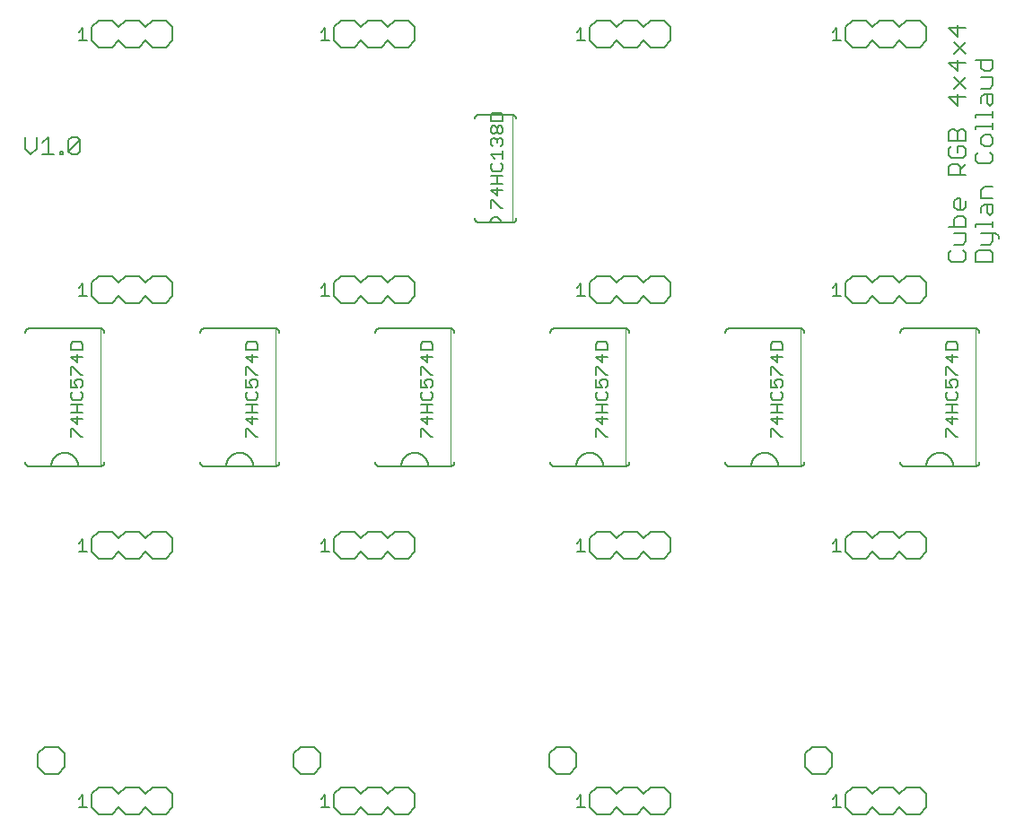
<source format=gto>
G75*
%MOIN*%
%OFA0B0*%
%FSLAX25Y25*%
%IPPOS*%
%LPD*%
%AMOC8*
5,1,8,0,0,1.08239X$1,22.5*
%
%ADD10C,0.00600*%
%ADD11C,0.00200*%
%ADD12C,0.00500*%
D10*
X0029300Y0026800D02*
X0034300Y0026800D01*
X0036800Y0029300D01*
X0036800Y0034300D01*
X0034300Y0036800D01*
X0029300Y0036800D01*
X0026800Y0034300D01*
X0026800Y0029300D01*
X0029300Y0026800D01*
X0046800Y0019300D02*
X0046800Y0014300D01*
X0049300Y0011800D01*
X0054300Y0011800D01*
X0056800Y0014300D01*
X0059300Y0011800D01*
X0064300Y0011800D01*
X0066800Y0014300D01*
X0069300Y0011800D01*
X0074300Y0011800D01*
X0076800Y0014300D01*
X0076800Y0019300D01*
X0074300Y0021800D01*
X0069300Y0021800D01*
X0066800Y0019300D01*
X0064300Y0021800D01*
X0059300Y0021800D01*
X0056800Y0019300D01*
X0054300Y0021800D01*
X0049300Y0021800D01*
X0046800Y0019300D01*
X0121800Y0029300D02*
X0124300Y0026800D01*
X0129300Y0026800D01*
X0131800Y0029300D01*
X0131800Y0034300D01*
X0129300Y0036800D01*
X0124300Y0036800D01*
X0121800Y0034300D01*
X0121800Y0029300D01*
X0136800Y0019300D02*
X0139300Y0021800D01*
X0144300Y0021800D01*
X0146800Y0019300D01*
X0149300Y0021800D01*
X0154300Y0021800D01*
X0156800Y0019300D01*
X0159300Y0021800D01*
X0164300Y0021800D01*
X0166800Y0019300D01*
X0166800Y0014300D01*
X0164300Y0011800D01*
X0159300Y0011800D01*
X0156800Y0014300D01*
X0154300Y0011800D01*
X0149300Y0011800D01*
X0146800Y0014300D01*
X0144300Y0011800D01*
X0139300Y0011800D01*
X0136800Y0014300D01*
X0136800Y0019300D01*
X0216800Y0029300D02*
X0219300Y0026800D01*
X0224300Y0026800D01*
X0226800Y0029300D01*
X0226800Y0034300D01*
X0224300Y0036800D01*
X0219300Y0036800D01*
X0216800Y0034300D01*
X0216800Y0029300D01*
X0231800Y0019300D02*
X0234300Y0021800D01*
X0239300Y0021800D01*
X0241800Y0019300D01*
X0244300Y0021800D01*
X0249300Y0021800D01*
X0251800Y0019300D01*
X0254300Y0021800D01*
X0259300Y0021800D01*
X0261800Y0019300D01*
X0261800Y0014300D01*
X0259300Y0011800D01*
X0254300Y0011800D01*
X0251800Y0014300D01*
X0249300Y0011800D01*
X0244300Y0011800D01*
X0241800Y0014300D01*
X0239300Y0011800D01*
X0234300Y0011800D01*
X0231800Y0014300D01*
X0231800Y0019300D01*
X0311800Y0029300D02*
X0314300Y0026800D01*
X0319300Y0026800D01*
X0321800Y0029300D01*
X0321800Y0034300D01*
X0319300Y0036800D01*
X0314300Y0036800D01*
X0311800Y0034300D01*
X0311800Y0029300D01*
X0326800Y0019300D02*
X0329300Y0021800D01*
X0334300Y0021800D01*
X0336800Y0019300D01*
X0339300Y0021800D01*
X0344300Y0021800D01*
X0346800Y0019300D01*
X0349300Y0021800D01*
X0354300Y0021800D01*
X0356800Y0019300D01*
X0356800Y0014300D01*
X0354300Y0011800D01*
X0349300Y0011800D01*
X0346800Y0014300D01*
X0344300Y0011800D01*
X0339300Y0011800D01*
X0336800Y0014300D01*
X0334300Y0011800D01*
X0329300Y0011800D01*
X0326800Y0014300D01*
X0326800Y0019300D01*
X0329300Y0106800D02*
X0334300Y0106800D01*
X0336800Y0109300D01*
X0339300Y0106800D01*
X0344300Y0106800D01*
X0346800Y0109300D01*
X0349300Y0106800D01*
X0354300Y0106800D01*
X0356800Y0109300D01*
X0356800Y0114300D01*
X0354300Y0116800D01*
X0349300Y0116800D01*
X0346800Y0114300D01*
X0344300Y0116800D01*
X0339300Y0116800D01*
X0336800Y0114300D01*
X0334300Y0116800D01*
X0329300Y0116800D01*
X0326800Y0114300D01*
X0326800Y0109300D01*
X0329300Y0106800D01*
X0310000Y0141200D02*
X0301800Y0141200D01*
X0291800Y0141200D01*
X0283600Y0141200D01*
X0283524Y0141202D01*
X0283448Y0141208D01*
X0283373Y0141217D01*
X0283298Y0141231D01*
X0283224Y0141248D01*
X0283151Y0141269D01*
X0283079Y0141293D01*
X0283008Y0141322D01*
X0282939Y0141353D01*
X0282872Y0141388D01*
X0282807Y0141427D01*
X0282743Y0141469D01*
X0282682Y0141514D01*
X0282623Y0141562D01*
X0282567Y0141613D01*
X0282513Y0141667D01*
X0282462Y0141723D01*
X0282414Y0141782D01*
X0282369Y0141843D01*
X0282327Y0141907D01*
X0282288Y0141972D01*
X0282253Y0142039D01*
X0282222Y0142108D01*
X0282193Y0142179D01*
X0282169Y0142251D01*
X0282148Y0142324D01*
X0282131Y0142398D01*
X0282117Y0142473D01*
X0282108Y0142548D01*
X0282102Y0142624D01*
X0282100Y0142700D01*
X0291800Y0141200D02*
X0291802Y0141340D01*
X0291808Y0141480D01*
X0291818Y0141620D01*
X0291831Y0141760D01*
X0291849Y0141899D01*
X0291871Y0142038D01*
X0291896Y0142175D01*
X0291925Y0142313D01*
X0291958Y0142449D01*
X0291995Y0142584D01*
X0292036Y0142718D01*
X0292081Y0142851D01*
X0292129Y0142983D01*
X0292181Y0143113D01*
X0292236Y0143242D01*
X0292295Y0143369D01*
X0292358Y0143495D01*
X0292424Y0143619D01*
X0292493Y0143740D01*
X0292566Y0143860D01*
X0292643Y0143978D01*
X0292722Y0144093D01*
X0292805Y0144207D01*
X0292891Y0144317D01*
X0292980Y0144426D01*
X0293072Y0144532D01*
X0293167Y0144635D01*
X0293264Y0144736D01*
X0293365Y0144833D01*
X0293468Y0144928D01*
X0293574Y0145020D01*
X0293683Y0145109D01*
X0293793Y0145195D01*
X0293907Y0145278D01*
X0294022Y0145357D01*
X0294140Y0145434D01*
X0294260Y0145507D01*
X0294381Y0145576D01*
X0294505Y0145642D01*
X0294631Y0145705D01*
X0294758Y0145764D01*
X0294887Y0145819D01*
X0295017Y0145871D01*
X0295149Y0145919D01*
X0295282Y0145964D01*
X0295416Y0146005D01*
X0295551Y0146042D01*
X0295687Y0146075D01*
X0295825Y0146104D01*
X0295962Y0146129D01*
X0296101Y0146151D01*
X0296240Y0146169D01*
X0296380Y0146182D01*
X0296520Y0146192D01*
X0296660Y0146198D01*
X0296800Y0146200D01*
X0296940Y0146198D01*
X0297080Y0146192D01*
X0297220Y0146182D01*
X0297360Y0146169D01*
X0297499Y0146151D01*
X0297638Y0146129D01*
X0297775Y0146104D01*
X0297913Y0146075D01*
X0298049Y0146042D01*
X0298184Y0146005D01*
X0298318Y0145964D01*
X0298451Y0145919D01*
X0298583Y0145871D01*
X0298713Y0145819D01*
X0298842Y0145764D01*
X0298969Y0145705D01*
X0299095Y0145642D01*
X0299219Y0145576D01*
X0299340Y0145507D01*
X0299460Y0145434D01*
X0299578Y0145357D01*
X0299693Y0145278D01*
X0299807Y0145195D01*
X0299917Y0145109D01*
X0300026Y0145020D01*
X0300132Y0144928D01*
X0300235Y0144833D01*
X0300336Y0144736D01*
X0300433Y0144635D01*
X0300528Y0144532D01*
X0300620Y0144426D01*
X0300709Y0144317D01*
X0300795Y0144207D01*
X0300878Y0144093D01*
X0300957Y0143978D01*
X0301034Y0143860D01*
X0301107Y0143740D01*
X0301176Y0143619D01*
X0301242Y0143495D01*
X0301305Y0143369D01*
X0301364Y0143242D01*
X0301419Y0143113D01*
X0301471Y0142983D01*
X0301519Y0142851D01*
X0301564Y0142718D01*
X0301605Y0142584D01*
X0301642Y0142449D01*
X0301675Y0142313D01*
X0301704Y0142175D01*
X0301729Y0142038D01*
X0301751Y0141899D01*
X0301769Y0141760D01*
X0301782Y0141620D01*
X0301792Y0141480D01*
X0301798Y0141340D01*
X0301800Y0141200D01*
X0310000Y0141200D02*
X0310076Y0141202D01*
X0310152Y0141208D01*
X0310227Y0141217D01*
X0310302Y0141231D01*
X0310376Y0141248D01*
X0310449Y0141269D01*
X0310521Y0141293D01*
X0310592Y0141322D01*
X0310661Y0141353D01*
X0310728Y0141388D01*
X0310793Y0141427D01*
X0310857Y0141469D01*
X0310918Y0141514D01*
X0310977Y0141562D01*
X0311033Y0141613D01*
X0311087Y0141667D01*
X0311138Y0141723D01*
X0311186Y0141782D01*
X0311231Y0141843D01*
X0311273Y0141907D01*
X0311312Y0141972D01*
X0311347Y0142039D01*
X0311378Y0142108D01*
X0311407Y0142179D01*
X0311431Y0142251D01*
X0311452Y0142324D01*
X0311469Y0142398D01*
X0311483Y0142473D01*
X0311492Y0142548D01*
X0311498Y0142624D01*
X0311500Y0142700D01*
X0347100Y0142700D02*
X0347102Y0142624D01*
X0347108Y0142548D01*
X0347117Y0142473D01*
X0347131Y0142398D01*
X0347148Y0142324D01*
X0347169Y0142251D01*
X0347193Y0142179D01*
X0347222Y0142108D01*
X0347253Y0142039D01*
X0347288Y0141972D01*
X0347327Y0141907D01*
X0347369Y0141843D01*
X0347414Y0141782D01*
X0347462Y0141723D01*
X0347513Y0141667D01*
X0347567Y0141613D01*
X0347623Y0141562D01*
X0347682Y0141514D01*
X0347743Y0141469D01*
X0347807Y0141427D01*
X0347872Y0141388D01*
X0347939Y0141353D01*
X0348008Y0141322D01*
X0348079Y0141293D01*
X0348151Y0141269D01*
X0348224Y0141248D01*
X0348298Y0141231D01*
X0348373Y0141217D01*
X0348448Y0141208D01*
X0348524Y0141202D01*
X0348600Y0141200D01*
X0356800Y0141200D01*
X0366800Y0141200D01*
X0375000Y0141200D01*
X0375076Y0141202D01*
X0375152Y0141208D01*
X0375227Y0141217D01*
X0375302Y0141231D01*
X0375376Y0141248D01*
X0375449Y0141269D01*
X0375521Y0141293D01*
X0375592Y0141322D01*
X0375661Y0141353D01*
X0375728Y0141388D01*
X0375793Y0141427D01*
X0375857Y0141469D01*
X0375918Y0141514D01*
X0375977Y0141562D01*
X0376033Y0141613D01*
X0376087Y0141667D01*
X0376138Y0141723D01*
X0376186Y0141782D01*
X0376231Y0141843D01*
X0376273Y0141907D01*
X0376312Y0141972D01*
X0376347Y0142039D01*
X0376378Y0142108D01*
X0376407Y0142179D01*
X0376431Y0142251D01*
X0376452Y0142324D01*
X0376469Y0142398D01*
X0376483Y0142473D01*
X0376492Y0142548D01*
X0376498Y0142624D01*
X0376500Y0142700D01*
X0366800Y0141200D02*
X0366798Y0141340D01*
X0366792Y0141480D01*
X0366782Y0141620D01*
X0366769Y0141760D01*
X0366751Y0141899D01*
X0366729Y0142038D01*
X0366704Y0142175D01*
X0366675Y0142313D01*
X0366642Y0142449D01*
X0366605Y0142584D01*
X0366564Y0142718D01*
X0366519Y0142851D01*
X0366471Y0142983D01*
X0366419Y0143113D01*
X0366364Y0143242D01*
X0366305Y0143369D01*
X0366242Y0143495D01*
X0366176Y0143619D01*
X0366107Y0143740D01*
X0366034Y0143860D01*
X0365957Y0143978D01*
X0365878Y0144093D01*
X0365795Y0144207D01*
X0365709Y0144317D01*
X0365620Y0144426D01*
X0365528Y0144532D01*
X0365433Y0144635D01*
X0365336Y0144736D01*
X0365235Y0144833D01*
X0365132Y0144928D01*
X0365026Y0145020D01*
X0364917Y0145109D01*
X0364807Y0145195D01*
X0364693Y0145278D01*
X0364578Y0145357D01*
X0364460Y0145434D01*
X0364340Y0145507D01*
X0364219Y0145576D01*
X0364095Y0145642D01*
X0363969Y0145705D01*
X0363842Y0145764D01*
X0363713Y0145819D01*
X0363583Y0145871D01*
X0363451Y0145919D01*
X0363318Y0145964D01*
X0363184Y0146005D01*
X0363049Y0146042D01*
X0362913Y0146075D01*
X0362775Y0146104D01*
X0362638Y0146129D01*
X0362499Y0146151D01*
X0362360Y0146169D01*
X0362220Y0146182D01*
X0362080Y0146192D01*
X0361940Y0146198D01*
X0361800Y0146200D01*
X0361660Y0146198D01*
X0361520Y0146192D01*
X0361380Y0146182D01*
X0361240Y0146169D01*
X0361101Y0146151D01*
X0360962Y0146129D01*
X0360825Y0146104D01*
X0360687Y0146075D01*
X0360551Y0146042D01*
X0360416Y0146005D01*
X0360282Y0145964D01*
X0360149Y0145919D01*
X0360017Y0145871D01*
X0359887Y0145819D01*
X0359758Y0145764D01*
X0359631Y0145705D01*
X0359505Y0145642D01*
X0359381Y0145576D01*
X0359260Y0145507D01*
X0359140Y0145434D01*
X0359022Y0145357D01*
X0358907Y0145278D01*
X0358793Y0145195D01*
X0358683Y0145109D01*
X0358574Y0145020D01*
X0358468Y0144928D01*
X0358365Y0144833D01*
X0358264Y0144736D01*
X0358167Y0144635D01*
X0358072Y0144532D01*
X0357980Y0144426D01*
X0357891Y0144317D01*
X0357805Y0144207D01*
X0357722Y0144093D01*
X0357643Y0143978D01*
X0357566Y0143860D01*
X0357493Y0143740D01*
X0357424Y0143619D01*
X0357358Y0143495D01*
X0357295Y0143369D01*
X0357236Y0143242D01*
X0357181Y0143113D01*
X0357129Y0142983D01*
X0357081Y0142851D01*
X0357036Y0142718D01*
X0356995Y0142584D01*
X0356958Y0142449D01*
X0356925Y0142313D01*
X0356896Y0142175D01*
X0356871Y0142038D01*
X0356849Y0141899D01*
X0356831Y0141760D01*
X0356818Y0141620D01*
X0356808Y0141480D01*
X0356802Y0141340D01*
X0356800Y0141200D01*
X0347100Y0190900D02*
X0347102Y0190976D01*
X0347108Y0191052D01*
X0347117Y0191127D01*
X0347131Y0191202D01*
X0347148Y0191276D01*
X0347169Y0191349D01*
X0347193Y0191421D01*
X0347222Y0191492D01*
X0347253Y0191561D01*
X0347288Y0191628D01*
X0347327Y0191693D01*
X0347369Y0191757D01*
X0347414Y0191818D01*
X0347462Y0191877D01*
X0347513Y0191933D01*
X0347567Y0191987D01*
X0347623Y0192038D01*
X0347682Y0192086D01*
X0347743Y0192131D01*
X0347807Y0192173D01*
X0347872Y0192212D01*
X0347939Y0192247D01*
X0348008Y0192278D01*
X0348079Y0192307D01*
X0348151Y0192331D01*
X0348224Y0192352D01*
X0348298Y0192369D01*
X0348373Y0192383D01*
X0348448Y0192392D01*
X0348524Y0192398D01*
X0348600Y0192400D01*
X0375000Y0192400D01*
X0375076Y0192398D01*
X0375152Y0192392D01*
X0375227Y0192383D01*
X0375302Y0192369D01*
X0375376Y0192352D01*
X0375449Y0192331D01*
X0375521Y0192307D01*
X0375592Y0192278D01*
X0375661Y0192247D01*
X0375728Y0192212D01*
X0375793Y0192173D01*
X0375857Y0192131D01*
X0375918Y0192086D01*
X0375977Y0192038D01*
X0376033Y0191987D01*
X0376087Y0191933D01*
X0376138Y0191877D01*
X0376186Y0191818D01*
X0376231Y0191757D01*
X0376273Y0191693D01*
X0376312Y0191628D01*
X0376347Y0191561D01*
X0376378Y0191492D01*
X0376407Y0191421D01*
X0376431Y0191349D01*
X0376452Y0191276D01*
X0376469Y0191202D01*
X0376483Y0191127D01*
X0376492Y0191052D01*
X0376498Y0190976D01*
X0376500Y0190900D01*
X0356800Y0204300D02*
X0356800Y0209300D01*
X0354300Y0211800D01*
X0349300Y0211800D01*
X0346800Y0209300D01*
X0344300Y0211800D01*
X0339300Y0211800D01*
X0336800Y0209300D01*
X0334300Y0211800D01*
X0329300Y0211800D01*
X0326800Y0209300D01*
X0326800Y0204300D01*
X0329300Y0201800D01*
X0334300Y0201800D01*
X0336800Y0204300D01*
X0339300Y0201800D01*
X0344300Y0201800D01*
X0346800Y0204300D01*
X0349300Y0201800D01*
X0354300Y0201800D01*
X0356800Y0204300D01*
X0366162Y0217100D02*
X0370432Y0217100D01*
X0371500Y0218168D01*
X0371500Y0220303D01*
X0370432Y0221370D01*
X0370432Y0223545D02*
X0371500Y0224613D01*
X0371500Y0227816D01*
X0367230Y0227816D01*
X0367230Y0229991D02*
X0367230Y0233194D01*
X0368297Y0234261D01*
X0370432Y0234261D01*
X0371500Y0233194D01*
X0371500Y0229991D01*
X0365095Y0229991D01*
X0367230Y0223545D02*
X0370432Y0223545D01*
X0366162Y0221370D02*
X0365095Y0220303D01*
X0365095Y0218168D01*
X0366162Y0217100D01*
X0375095Y0217100D02*
X0375095Y0220303D01*
X0376162Y0221370D01*
X0380432Y0221370D01*
X0381500Y0220303D01*
X0381500Y0217100D01*
X0375095Y0217100D01*
X0377230Y0223545D02*
X0380432Y0223545D01*
X0381500Y0224613D01*
X0381500Y0227816D01*
X0382568Y0227816D02*
X0383635Y0226748D01*
X0383635Y0225681D01*
X0382568Y0227816D02*
X0377230Y0227816D01*
X0375095Y0229991D02*
X0375095Y0231059D01*
X0381500Y0231059D01*
X0381500Y0232126D02*
X0381500Y0229991D01*
X0380432Y0234288D02*
X0379365Y0235356D01*
X0379365Y0238558D01*
X0378297Y0238558D02*
X0381500Y0238558D01*
X0381500Y0235356D01*
X0380432Y0234288D01*
X0377230Y0235356D02*
X0377230Y0237491D01*
X0378297Y0238558D01*
X0377230Y0240733D02*
X0377230Y0243936D01*
X0378297Y0245004D01*
X0381500Y0245004D01*
X0381500Y0240733D02*
X0377230Y0240733D01*
X0371500Y0239639D02*
X0371500Y0237504D01*
X0370432Y0236436D01*
X0368297Y0236436D01*
X0367230Y0237504D01*
X0367230Y0239639D01*
X0368297Y0240707D01*
X0369365Y0240707D01*
X0369365Y0236436D01*
X0369365Y0249327D02*
X0369365Y0252530D01*
X0368297Y0253598D01*
X0366162Y0253598D01*
X0365095Y0252530D01*
X0365095Y0249327D01*
X0371500Y0249327D01*
X0369365Y0251463D02*
X0371500Y0253598D01*
X0370432Y0255773D02*
X0371500Y0256841D01*
X0371500Y0258976D01*
X0370432Y0260043D01*
X0368297Y0260043D01*
X0368297Y0257908D01*
X0366162Y0255773D02*
X0370432Y0255773D01*
X0366162Y0255773D02*
X0365095Y0256841D01*
X0365095Y0258976D01*
X0366162Y0260043D01*
X0365095Y0262218D02*
X0365095Y0265421D01*
X0366162Y0266489D01*
X0367230Y0266489D01*
X0368297Y0265421D01*
X0368297Y0262218D01*
X0365095Y0262218D02*
X0371500Y0262218D01*
X0371500Y0265421D01*
X0370432Y0266489D01*
X0369365Y0266489D01*
X0368297Y0265421D01*
X0375095Y0266515D02*
X0375095Y0267583D01*
X0381500Y0267583D01*
X0381500Y0266515D02*
X0381500Y0268651D01*
X0381500Y0270812D02*
X0381500Y0272948D01*
X0381500Y0271880D02*
X0375095Y0271880D01*
X0375095Y0270812D01*
X0377230Y0276177D02*
X0377230Y0278312D01*
X0378297Y0279380D01*
X0381500Y0279380D01*
X0381500Y0276177D01*
X0380432Y0275109D01*
X0379365Y0276177D01*
X0379365Y0279380D01*
X0380432Y0281555D02*
X0377230Y0281555D01*
X0380432Y0281555D02*
X0381500Y0282623D01*
X0381500Y0285825D01*
X0377230Y0285825D01*
X0378297Y0288000D02*
X0377230Y0289068D01*
X0377230Y0292271D01*
X0375095Y0292271D02*
X0381500Y0292271D01*
X0381500Y0289068D01*
X0380432Y0288000D01*
X0378297Y0288000D01*
X0371500Y0285825D02*
X0367230Y0281555D01*
X0368297Y0279380D02*
X0368297Y0275109D01*
X0365095Y0278312D01*
X0371500Y0278312D01*
X0371500Y0281555D02*
X0367230Y0285825D01*
X0368297Y0288000D02*
X0368297Y0292271D01*
X0367230Y0294446D02*
X0371500Y0298716D01*
X0368297Y0300891D02*
X0368297Y0305162D01*
X0365095Y0304094D02*
X0368297Y0300891D01*
X0367230Y0298716D02*
X0371500Y0294446D01*
X0371500Y0291203D02*
X0365095Y0291203D01*
X0368297Y0288000D01*
X0356800Y0299300D02*
X0356800Y0304300D01*
X0354300Y0306800D01*
X0349300Y0306800D01*
X0346800Y0304300D01*
X0344300Y0306800D01*
X0339300Y0306800D01*
X0336800Y0304300D01*
X0334300Y0306800D01*
X0329300Y0306800D01*
X0326800Y0304300D01*
X0326800Y0299300D01*
X0329300Y0296800D01*
X0334300Y0296800D01*
X0336800Y0299300D01*
X0339300Y0296800D01*
X0344300Y0296800D01*
X0346800Y0299300D01*
X0349300Y0296800D01*
X0354300Y0296800D01*
X0356800Y0299300D01*
X0365095Y0304094D02*
X0371500Y0304094D01*
X0378297Y0264340D02*
X0377230Y0263273D01*
X0377230Y0261138D01*
X0378297Y0260070D01*
X0380432Y0260070D01*
X0381500Y0261138D01*
X0381500Y0263273D01*
X0380432Y0264340D01*
X0378297Y0264340D01*
X0376162Y0257895D02*
X0375095Y0256827D01*
X0375095Y0254692D01*
X0376162Y0253624D01*
X0380432Y0253624D01*
X0381500Y0254692D01*
X0381500Y0256827D01*
X0380432Y0257895D01*
X0310000Y0192400D02*
X0283600Y0192400D01*
X0283524Y0192398D01*
X0283448Y0192392D01*
X0283373Y0192383D01*
X0283298Y0192369D01*
X0283224Y0192352D01*
X0283151Y0192331D01*
X0283079Y0192307D01*
X0283008Y0192278D01*
X0282939Y0192247D01*
X0282872Y0192212D01*
X0282807Y0192173D01*
X0282743Y0192131D01*
X0282682Y0192086D01*
X0282623Y0192038D01*
X0282567Y0191987D01*
X0282513Y0191933D01*
X0282462Y0191877D01*
X0282414Y0191818D01*
X0282369Y0191757D01*
X0282327Y0191693D01*
X0282288Y0191628D01*
X0282253Y0191561D01*
X0282222Y0191492D01*
X0282193Y0191421D01*
X0282169Y0191349D01*
X0282148Y0191276D01*
X0282131Y0191202D01*
X0282117Y0191127D01*
X0282108Y0191052D01*
X0282102Y0190976D01*
X0282100Y0190900D01*
X0261800Y0204300D02*
X0261800Y0209300D01*
X0259300Y0211800D01*
X0254300Y0211800D01*
X0251800Y0209300D01*
X0249300Y0211800D01*
X0244300Y0211800D01*
X0241800Y0209300D01*
X0239300Y0211800D01*
X0234300Y0211800D01*
X0231800Y0209300D01*
X0231800Y0204300D01*
X0234300Y0201800D01*
X0239300Y0201800D01*
X0241800Y0204300D01*
X0244300Y0201800D01*
X0249300Y0201800D01*
X0251800Y0204300D01*
X0254300Y0201800D01*
X0259300Y0201800D01*
X0261800Y0204300D01*
X0245000Y0192400D02*
X0218600Y0192400D01*
X0218524Y0192398D01*
X0218448Y0192392D01*
X0218373Y0192383D01*
X0218298Y0192369D01*
X0218224Y0192352D01*
X0218151Y0192331D01*
X0218079Y0192307D01*
X0218008Y0192278D01*
X0217939Y0192247D01*
X0217872Y0192212D01*
X0217807Y0192173D01*
X0217743Y0192131D01*
X0217682Y0192086D01*
X0217623Y0192038D01*
X0217567Y0191987D01*
X0217513Y0191933D01*
X0217462Y0191877D01*
X0217414Y0191818D01*
X0217369Y0191757D01*
X0217327Y0191693D01*
X0217288Y0191628D01*
X0217253Y0191561D01*
X0217222Y0191492D01*
X0217193Y0191421D01*
X0217169Y0191349D01*
X0217148Y0191276D01*
X0217131Y0191202D01*
X0217117Y0191127D01*
X0217108Y0191052D01*
X0217102Y0190976D01*
X0217100Y0190900D01*
X0245000Y0192400D02*
X0245076Y0192398D01*
X0245152Y0192392D01*
X0245227Y0192383D01*
X0245302Y0192369D01*
X0245376Y0192352D01*
X0245449Y0192331D01*
X0245521Y0192307D01*
X0245592Y0192278D01*
X0245661Y0192247D01*
X0245728Y0192212D01*
X0245793Y0192173D01*
X0245857Y0192131D01*
X0245918Y0192086D01*
X0245977Y0192038D01*
X0246033Y0191987D01*
X0246087Y0191933D01*
X0246138Y0191877D01*
X0246186Y0191818D01*
X0246231Y0191757D01*
X0246273Y0191693D01*
X0246312Y0191628D01*
X0246347Y0191561D01*
X0246378Y0191492D01*
X0246407Y0191421D01*
X0246431Y0191349D01*
X0246452Y0191276D01*
X0246469Y0191202D01*
X0246483Y0191127D01*
X0246492Y0191052D01*
X0246498Y0190976D01*
X0246500Y0190900D01*
X0203000Y0231800D02*
X0198800Y0231800D01*
X0194800Y0231800D01*
X0190600Y0231800D01*
X0190524Y0231802D01*
X0190448Y0231808D01*
X0190373Y0231817D01*
X0190298Y0231831D01*
X0190224Y0231848D01*
X0190151Y0231869D01*
X0190079Y0231893D01*
X0190008Y0231922D01*
X0189939Y0231953D01*
X0189872Y0231988D01*
X0189807Y0232027D01*
X0189743Y0232069D01*
X0189682Y0232114D01*
X0189623Y0232162D01*
X0189567Y0232213D01*
X0189513Y0232267D01*
X0189462Y0232323D01*
X0189414Y0232382D01*
X0189369Y0232443D01*
X0189327Y0232507D01*
X0189288Y0232572D01*
X0189253Y0232639D01*
X0189222Y0232708D01*
X0189193Y0232779D01*
X0189169Y0232851D01*
X0189148Y0232924D01*
X0189131Y0232998D01*
X0189117Y0233073D01*
X0189108Y0233148D01*
X0189102Y0233224D01*
X0189100Y0233300D01*
X0194800Y0231800D02*
X0194802Y0231888D01*
X0194808Y0231977D01*
X0194818Y0232065D01*
X0194831Y0232152D01*
X0194849Y0232239D01*
X0194870Y0232325D01*
X0194895Y0232410D01*
X0194924Y0232493D01*
X0194957Y0232576D01*
X0194993Y0232656D01*
X0195032Y0232735D01*
X0195075Y0232813D01*
X0195122Y0232888D01*
X0195172Y0232961D01*
X0195225Y0233032D01*
X0195281Y0233101D01*
X0195340Y0233167D01*
X0195402Y0233230D01*
X0195466Y0233290D01*
X0195533Y0233348D01*
X0195603Y0233402D01*
X0195675Y0233454D01*
X0195749Y0233502D01*
X0195826Y0233547D01*
X0195904Y0233588D01*
X0195984Y0233626D01*
X0196065Y0233660D01*
X0196148Y0233691D01*
X0196233Y0233718D01*
X0196318Y0233741D01*
X0196404Y0233760D01*
X0196492Y0233776D01*
X0196579Y0233788D01*
X0196667Y0233796D01*
X0196756Y0233800D01*
X0196844Y0233800D01*
X0196933Y0233796D01*
X0197021Y0233788D01*
X0197108Y0233776D01*
X0197196Y0233760D01*
X0197282Y0233741D01*
X0197367Y0233718D01*
X0197452Y0233691D01*
X0197535Y0233660D01*
X0197616Y0233626D01*
X0197696Y0233588D01*
X0197774Y0233547D01*
X0197851Y0233502D01*
X0197925Y0233454D01*
X0197997Y0233402D01*
X0198067Y0233348D01*
X0198134Y0233290D01*
X0198198Y0233230D01*
X0198260Y0233167D01*
X0198319Y0233101D01*
X0198375Y0233032D01*
X0198428Y0232961D01*
X0198478Y0232888D01*
X0198525Y0232813D01*
X0198568Y0232735D01*
X0198607Y0232656D01*
X0198643Y0232576D01*
X0198676Y0232493D01*
X0198705Y0232410D01*
X0198730Y0232325D01*
X0198751Y0232239D01*
X0198769Y0232152D01*
X0198782Y0232065D01*
X0198792Y0231977D01*
X0198798Y0231888D01*
X0198800Y0231800D01*
X0203000Y0231800D02*
X0203076Y0231802D01*
X0203152Y0231808D01*
X0203227Y0231817D01*
X0203302Y0231831D01*
X0203376Y0231848D01*
X0203449Y0231869D01*
X0203521Y0231893D01*
X0203592Y0231922D01*
X0203661Y0231953D01*
X0203728Y0231988D01*
X0203793Y0232027D01*
X0203857Y0232069D01*
X0203918Y0232114D01*
X0203977Y0232162D01*
X0204033Y0232213D01*
X0204087Y0232267D01*
X0204138Y0232323D01*
X0204186Y0232382D01*
X0204231Y0232443D01*
X0204273Y0232507D01*
X0204312Y0232572D01*
X0204347Y0232639D01*
X0204378Y0232708D01*
X0204407Y0232779D01*
X0204431Y0232851D01*
X0204452Y0232924D01*
X0204469Y0232998D01*
X0204483Y0233073D01*
X0204492Y0233148D01*
X0204498Y0233224D01*
X0204500Y0233300D01*
X0166800Y0209300D02*
X0166800Y0204300D01*
X0164300Y0201800D01*
X0159300Y0201800D01*
X0156800Y0204300D01*
X0154300Y0201800D01*
X0149300Y0201800D01*
X0146800Y0204300D01*
X0144300Y0201800D01*
X0139300Y0201800D01*
X0136800Y0204300D01*
X0136800Y0209300D01*
X0139300Y0211800D01*
X0144300Y0211800D01*
X0146800Y0209300D01*
X0149300Y0211800D01*
X0154300Y0211800D01*
X0156800Y0209300D01*
X0159300Y0211800D01*
X0164300Y0211800D01*
X0166800Y0209300D01*
X0180000Y0192400D02*
X0153600Y0192400D01*
X0153524Y0192398D01*
X0153448Y0192392D01*
X0153373Y0192383D01*
X0153298Y0192369D01*
X0153224Y0192352D01*
X0153151Y0192331D01*
X0153079Y0192307D01*
X0153008Y0192278D01*
X0152939Y0192247D01*
X0152872Y0192212D01*
X0152807Y0192173D01*
X0152743Y0192131D01*
X0152682Y0192086D01*
X0152623Y0192038D01*
X0152567Y0191987D01*
X0152513Y0191933D01*
X0152462Y0191877D01*
X0152414Y0191818D01*
X0152369Y0191757D01*
X0152327Y0191693D01*
X0152288Y0191628D01*
X0152253Y0191561D01*
X0152222Y0191492D01*
X0152193Y0191421D01*
X0152169Y0191349D01*
X0152148Y0191276D01*
X0152131Y0191202D01*
X0152117Y0191127D01*
X0152108Y0191052D01*
X0152102Y0190976D01*
X0152100Y0190900D01*
X0180000Y0192400D02*
X0180076Y0192398D01*
X0180152Y0192392D01*
X0180227Y0192383D01*
X0180302Y0192369D01*
X0180376Y0192352D01*
X0180449Y0192331D01*
X0180521Y0192307D01*
X0180592Y0192278D01*
X0180661Y0192247D01*
X0180728Y0192212D01*
X0180793Y0192173D01*
X0180857Y0192131D01*
X0180918Y0192086D01*
X0180977Y0192038D01*
X0181033Y0191987D01*
X0181087Y0191933D01*
X0181138Y0191877D01*
X0181186Y0191818D01*
X0181231Y0191757D01*
X0181273Y0191693D01*
X0181312Y0191628D01*
X0181347Y0191561D01*
X0181378Y0191492D01*
X0181407Y0191421D01*
X0181431Y0191349D01*
X0181452Y0191276D01*
X0181469Y0191202D01*
X0181483Y0191127D01*
X0181492Y0191052D01*
X0181498Y0190976D01*
X0181500Y0190900D01*
X0181500Y0142700D02*
X0181498Y0142624D01*
X0181492Y0142548D01*
X0181483Y0142473D01*
X0181469Y0142398D01*
X0181452Y0142324D01*
X0181431Y0142251D01*
X0181407Y0142179D01*
X0181378Y0142108D01*
X0181347Y0142039D01*
X0181312Y0141972D01*
X0181273Y0141907D01*
X0181231Y0141843D01*
X0181186Y0141782D01*
X0181138Y0141723D01*
X0181087Y0141667D01*
X0181033Y0141613D01*
X0180977Y0141562D01*
X0180918Y0141514D01*
X0180857Y0141469D01*
X0180793Y0141427D01*
X0180728Y0141388D01*
X0180661Y0141353D01*
X0180592Y0141322D01*
X0180521Y0141293D01*
X0180449Y0141269D01*
X0180376Y0141248D01*
X0180302Y0141231D01*
X0180227Y0141217D01*
X0180152Y0141208D01*
X0180076Y0141202D01*
X0180000Y0141200D01*
X0171800Y0141200D01*
X0161800Y0141200D01*
X0153600Y0141200D01*
X0153524Y0141202D01*
X0153448Y0141208D01*
X0153373Y0141217D01*
X0153298Y0141231D01*
X0153224Y0141248D01*
X0153151Y0141269D01*
X0153079Y0141293D01*
X0153008Y0141322D01*
X0152939Y0141353D01*
X0152872Y0141388D01*
X0152807Y0141427D01*
X0152743Y0141469D01*
X0152682Y0141514D01*
X0152623Y0141562D01*
X0152567Y0141613D01*
X0152513Y0141667D01*
X0152462Y0141723D01*
X0152414Y0141782D01*
X0152369Y0141843D01*
X0152327Y0141907D01*
X0152288Y0141972D01*
X0152253Y0142039D01*
X0152222Y0142108D01*
X0152193Y0142179D01*
X0152169Y0142251D01*
X0152148Y0142324D01*
X0152131Y0142398D01*
X0152117Y0142473D01*
X0152108Y0142548D01*
X0152102Y0142624D01*
X0152100Y0142700D01*
X0161800Y0141200D02*
X0161802Y0141340D01*
X0161808Y0141480D01*
X0161818Y0141620D01*
X0161831Y0141760D01*
X0161849Y0141899D01*
X0161871Y0142038D01*
X0161896Y0142175D01*
X0161925Y0142313D01*
X0161958Y0142449D01*
X0161995Y0142584D01*
X0162036Y0142718D01*
X0162081Y0142851D01*
X0162129Y0142983D01*
X0162181Y0143113D01*
X0162236Y0143242D01*
X0162295Y0143369D01*
X0162358Y0143495D01*
X0162424Y0143619D01*
X0162493Y0143740D01*
X0162566Y0143860D01*
X0162643Y0143978D01*
X0162722Y0144093D01*
X0162805Y0144207D01*
X0162891Y0144317D01*
X0162980Y0144426D01*
X0163072Y0144532D01*
X0163167Y0144635D01*
X0163264Y0144736D01*
X0163365Y0144833D01*
X0163468Y0144928D01*
X0163574Y0145020D01*
X0163683Y0145109D01*
X0163793Y0145195D01*
X0163907Y0145278D01*
X0164022Y0145357D01*
X0164140Y0145434D01*
X0164260Y0145507D01*
X0164381Y0145576D01*
X0164505Y0145642D01*
X0164631Y0145705D01*
X0164758Y0145764D01*
X0164887Y0145819D01*
X0165017Y0145871D01*
X0165149Y0145919D01*
X0165282Y0145964D01*
X0165416Y0146005D01*
X0165551Y0146042D01*
X0165687Y0146075D01*
X0165825Y0146104D01*
X0165962Y0146129D01*
X0166101Y0146151D01*
X0166240Y0146169D01*
X0166380Y0146182D01*
X0166520Y0146192D01*
X0166660Y0146198D01*
X0166800Y0146200D01*
X0166940Y0146198D01*
X0167080Y0146192D01*
X0167220Y0146182D01*
X0167360Y0146169D01*
X0167499Y0146151D01*
X0167638Y0146129D01*
X0167775Y0146104D01*
X0167913Y0146075D01*
X0168049Y0146042D01*
X0168184Y0146005D01*
X0168318Y0145964D01*
X0168451Y0145919D01*
X0168583Y0145871D01*
X0168713Y0145819D01*
X0168842Y0145764D01*
X0168969Y0145705D01*
X0169095Y0145642D01*
X0169219Y0145576D01*
X0169340Y0145507D01*
X0169460Y0145434D01*
X0169578Y0145357D01*
X0169693Y0145278D01*
X0169807Y0145195D01*
X0169917Y0145109D01*
X0170026Y0145020D01*
X0170132Y0144928D01*
X0170235Y0144833D01*
X0170336Y0144736D01*
X0170433Y0144635D01*
X0170528Y0144532D01*
X0170620Y0144426D01*
X0170709Y0144317D01*
X0170795Y0144207D01*
X0170878Y0144093D01*
X0170957Y0143978D01*
X0171034Y0143860D01*
X0171107Y0143740D01*
X0171176Y0143619D01*
X0171242Y0143495D01*
X0171305Y0143369D01*
X0171364Y0143242D01*
X0171419Y0143113D01*
X0171471Y0142983D01*
X0171519Y0142851D01*
X0171564Y0142718D01*
X0171605Y0142584D01*
X0171642Y0142449D01*
X0171675Y0142313D01*
X0171704Y0142175D01*
X0171729Y0142038D01*
X0171751Y0141899D01*
X0171769Y0141760D01*
X0171782Y0141620D01*
X0171792Y0141480D01*
X0171798Y0141340D01*
X0171800Y0141200D01*
X0164300Y0116800D02*
X0159300Y0116800D01*
X0156800Y0114300D01*
X0154300Y0116800D01*
X0149300Y0116800D01*
X0146800Y0114300D01*
X0144300Y0116800D01*
X0139300Y0116800D01*
X0136800Y0114300D01*
X0136800Y0109300D01*
X0139300Y0106800D01*
X0144300Y0106800D01*
X0146800Y0109300D01*
X0149300Y0106800D01*
X0154300Y0106800D01*
X0156800Y0109300D01*
X0159300Y0106800D01*
X0164300Y0106800D01*
X0166800Y0109300D01*
X0166800Y0114300D01*
X0164300Y0116800D01*
X0115000Y0141200D02*
X0106800Y0141200D01*
X0096800Y0141200D01*
X0088600Y0141200D01*
X0088524Y0141202D01*
X0088448Y0141208D01*
X0088373Y0141217D01*
X0088298Y0141231D01*
X0088224Y0141248D01*
X0088151Y0141269D01*
X0088079Y0141293D01*
X0088008Y0141322D01*
X0087939Y0141353D01*
X0087872Y0141388D01*
X0087807Y0141427D01*
X0087743Y0141469D01*
X0087682Y0141514D01*
X0087623Y0141562D01*
X0087567Y0141613D01*
X0087513Y0141667D01*
X0087462Y0141723D01*
X0087414Y0141782D01*
X0087369Y0141843D01*
X0087327Y0141907D01*
X0087288Y0141972D01*
X0087253Y0142039D01*
X0087222Y0142108D01*
X0087193Y0142179D01*
X0087169Y0142251D01*
X0087148Y0142324D01*
X0087131Y0142398D01*
X0087117Y0142473D01*
X0087108Y0142548D01*
X0087102Y0142624D01*
X0087100Y0142700D01*
X0096800Y0141200D02*
X0096802Y0141340D01*
X0096808Y0141480D01*
X0096818Y0141620D01*
X0096831Y0141760D01*
X0096849Y0141899D01*
X0096871Y0142038D01*
X0096896Y0142175D01*
X0096925Y0142313D01*
X0096958Y0142449D01*
X0096995Y0142584D01*
X0097036Y0142718D01*
X0097081Y0142851D01*
X0097129Y0142983D01*
X0097181Y0143113D01*
X0097236Y0143242D01*
X0097295Y0143369D01*
X0097358Y0143495D01*
X0097424Y0143619D01*
X0097493Y0143740D01*
X0097566Y0143860D01*
X0097643Y0143978D01*
X0097722Y0144093D01*
X0097805Y0144207D01*
X0097891Y0144317D01*
X0097980Y0144426D01*
X0098072Y0144532D01*
X0098167Y0144635D01*
X0098264Y0144736D01*
X0098365Y0144833D01*
X0098468Y0144928D01*
X0098574Y0145020D01*
X0098683Y0145109D01*
X0098793Y0145195D01*
X0098907Y0145278D01*
X0099022Y0145357D01*
X0099140Y0145434D01*
X0099260Y0145507D01*
X0099381Y0145576D01*
X0099505Y0145642D01*
X0099631Y0145705D01*
X0099758Y0145764D01*
X0099887Y0145819D01*
X0100017Y0145871D01*
X0100149Y0145919D01*
X0100282Y0145964D01*
X0100416Y0146005D01*
X0100551Y0146042D01*
X0100687Y0146075D01*
X0100825Y0146104D01*
X0100962Y0146129D01*
X0101101Y0146151D01*
X0101240Y0146169D01*
X0101380Y0146182D01*
X0101520Y0146192D01*
X0101660Y0146198D01*
X0101800Y0146200D01*
X0101940Y0146198D01*
X0102080Y0146192D01*
X0102220Y0146182D01*
X0102360Y0146169D01*
X0102499Y0146151D01*
X0102638Y0146129D01*
X0102775Y0146104D01*
X0102913Y0146075D01*
X0103049Y0146042D01*
X0103184Y0146005D01*
X0103318Y0145964D01*
X0103451Y0145919D01*
X0103583Y0145871D01*
X0103713Y0145819D01*
X0103842Y0145764D01*
X0103969Y0145705D01*
X0104095Y0145642D01*
X0104219Y0145576D01*
X0104340Y0145507D01*
X0104460Y0145434D01*
X0104578Y0145357D01*
X0104693Y0145278D01*
X0104807Y0145195D01*
X0104917Y0145109D01*
X0105026Y0145020D01*
X0105132Y0144928D01*
X0105235Y0144833D01*
X0105336Y0144736D01*
X0105433Y0144635D01*
X0105528Y0144532D01*
X0105620Y0144426D01*
X0105709Y0144317D01*
X0105795Y0144207D01*
X0105878Y0144093D01*
X0105957Y0143978D01*
X0106034Y0143860D01*
X0106107Y0143740D01*
X0106176Y0143619D01*
X0106242Y0143495D01*
X0106305Y0143369D01*
X0106364Y0143242D01*
X0106419Y0143113D01*
X0106471Y0142983D01*
X0106519Y0142851D01*
X0106564Y0142718D01*
X0106605Y0142584D01*
X0106642Y0142449D01*
X0106675Y0142313D01*
X0106704Y0142175D01*
X0106729Y0142038D01*
X0106751Y0141899D01*
X0106769Y0141760D01*
X0106782Y0141620D01*
X0106792Y0141480D01*
X0106798Y0141340D01*
X0106800Y0141200D01*
X0115000Y0141200D02*
X0115076Y0141202D01*
X0115152Y0141208D01*
X0115227Y0141217D01*
X0115302Y0141231D01*
X0115376Y0141248D01*
X0115449Y0141269D01*
X0115521Y0141293D01*
X0115592Y0141322D01*
X0115661Y0141353D01*
X0115728Y0141388D01*
X0115793Y0141427D01*
X0115857Y0141469D01*
X0115918Y0141514D01*
X0115977Y0141562D01*
X0116033Y0141613D01*
X0116087Y0141667D01*
X0116138Y0141723D01*
X0116186Y0141782D01*
X0116231Y0141843D01*
X0116273Y0141907D01*
X0116312Y0141972D01*
X0116347Y0142039D01*
X0116378Y0142108D01*
X0116407Y0142179D01*
X0116431Y0142251D01*
X0116452Y0142324D01*
X0116469Y0142398D01*
X0116483Y0142473D01*
X0116492Y0142548D01*
X0116498Y0142624D01*
X0116500Y0142700D01*
X0076800Y0114300D02*
X0076800Y0109300D01*
X0074300Y0106800D01*
X0069300Y0106800D01*
X0066800Y0109300D01*
X0064300Y0106800D01*
X0059300Y0106800D01*
X0056800Y0109300D01*
X0054300Y0106800D01*
X0049300Y0106800D01*
X0046800Y0109300D01*
X0046800Y0114300D01*
X0049300Y0116800D01*
X0054300Y0116800D01*
X0056800Y0114300D01*
X0059300Y0116800D01*
X0064300Y0116800D01*
X0066800Y0114300D01*
X0069300Y0116800D01*
X0074300Y0116800D01*
X0076800Y0114300D01*
X0050000Y0141200D02*
X0041800Y0141200D01*
X0031800Y0141200D01*
X0023600Y0141200D01*
X0023524Y0141202D01*
X0023448Y0141208D01*
X0023373Y0141217D01*
X0023298Y0141231D01*
X0023224Y0141248D01*
X0023151Y0141269D01*
X0023079Y0141293D01*
X0023008Y0141322D01*
X0022939Y0141353D01*
X0022872Y0141388D01*
X0022807Y0141427D01*
X0022743Y0141469D01*
X0022682Y0141514D01*
X0022623Y0141562D01*
X0022567Y0141613D01*
X0022513Y0141667D01*
X0022462Y0141723D01*
X0022414Y0141782D01*
X0022369Y0141843D01*
X0022327Y0141907D01*
X0022288Y0141972D01*
X0022253Y0142039D01*
X0022222Y0142108D01*
X0022193Y0142179D01*
X0022169Y0142251D01*
X0022148Y0142324D01*
X0022131Y0142398D01*
X0022117Y0142473D01*
X0022108Y0142548D01*
X0022102Y0142624D01*
X0022100Y0142700D01*
X0031800Y0141200D02*
X0031802Y0141340D01*
X0031808Y0141480D01*
X0031818Y0141620D01*
X0031831Y0141760D01*
X0031849Y0141899D01*
X0031871Y0142038D01*
X0031896Y0142175D01*
X0031925Y0142313D01*
X0031958Y0142449D01*
X0031995Y0142584D01*
X0032036Y0142718D01*
X0032081Y0142851D01*
X0032129Y0142983D01*
X0032181Y0143113D01*
X0032236Y0143242D01*
X0032295Y0143369D01*
X0032358Y0143495D01*
X0032424Y0143619D01*
X0032493Y0143740D01*
X0032566Y0143860D01*
X0032643Y0143978D01*
X0032722Y0144093D01*
X0032805Y0144207D01*
X0032891Y0144317D01*
X0032980Y0144426D01*
X0033072Y0144532D01*
X0033167Y0144635D01*
X0033264Y0144736D01*
X0033365Y0144833D01*
X0033468Y0144928D01*
X0033574Y0145020D01*
X0033683Y0145109D01*
X0033793Y0145195D01*
X0033907Y0145278D01*
X0034022Y0145357D01*
X0034140Y0145434D01*
X0034260Y0145507D01*
X0034381Y0145576D01*
X0034505Y0145642D01*
X0034631Y0145705D01*
X0034758Y0145764D01*
X0034887Y0145819D01*
X0035017Y0145871D01*
X0035149Y0145919D01*
X0035282Y0145964D01*
X0035416Y0146005D01*
X0035551Y0146042D01*
X0035687Y0146075D01*
X0035825Y0146104D01*
X0035962Y0146129D01*
X0036101Y0146151D01*
X0036240Y0146169D01*
X0036380Y0146182D01*
X0036520Y0146192D01*
X0036660Y0146198D01*
X0036800Y0146200D01*
X0036940Y0146198D01*
X0037080Y0146192D01*
X0037220Y0146182D01*
X0037360Y0146169D01*
X0037499Y0146151D01*
X0037638Y0146129D01*
X0037775Y0146104D01*
X0037913Y0146075D01*
X0038049Y0146042D01*
X0038184Y0146005D01*
X0038318Y0145964D01*
X0038451Y0145919D01*
X0038583Y0145871D01*
X0038713Y0145819D01*
X0038842Y0145764D01*
X0038969Y0145705D01*
X0039095Y0145642D01*
X0039219Y0145576D01*
X0039340Y0145507D01*
X0039460Y0145434D01*
X0039578Y0145357D01*
X0039693Y0145278D01*
X0039807Y0145195D01*
X0039917Y0145109D01*
X0040026Y0145020D01*
X0040132Y0144928D01*
X0040235Y0144833D01*
X0040336Y0144736D01*
X0040433Y0144635D01*
X0040528Y0144532D01*
X0040620Y0144426D01*
X0040709Y0144317D01*
X0040795Y0144207D01*
X0040878Y0144093D01*
X0040957Y0143978D01*
X0041034Y0143860D01*
X0041107Y0143740D01*
X0041176Y0143619D01*
X0041242Y0143495D01*
X0041305Y0143369D01*
X0041364Y0143242D01*
X0041419Y0143113D01*
X0041471Y0142983D01*
X0041519Y0142851D01*
X0041564Y0142718D01*
X0041605Y0142584D01*
X0041642Y0142449D01*
X0041675Y0142313D01*
X0041704Y0142175D01*
X0041729Y0142038D01*
X0041751Y0141899D01*
X0041769Y0141760D01*
X0041782Y0141620D01*
X0041792Y0141480D01*
X0041798Y0141340D01*
X0041800Y0141200D01*
X0050000Y0141200D02*
X0050076Y0141202D01*
X0050152Y0141208D01*
X0050227Y0141217D01*
X0050302Y0141231D01*
X0050376Y0141248D01*
X0050449Y0141269D01*
X0050521Y0141293D01*
X0050592Y0141322D01*
X0050661Y0141353D01*
X0050728Y0141388D01*
X0050793Y0141427D01*
X0050857Y0141469D01*
X0050918Y0141514D01*
X0050977Y0141562D01*
X0051033Y0141613D01*
X0051087Y0141667D01*
X0051138Y0141723D01*
X0051186Y0141782D01*
X0051231Y0141843D01*
X0051273Y0141907D01*
X0051312Y0141972D01*
X0051347Y0142039D01*
X0051378Y0142108D01*
X0051407Y0142179D01*
X0051431Y0142251D01*
X0051452Y0142324D01*
X0051469Y0142398D01*
X0051483Y0142473D01*
X0051492Y0142548D01*
X0051498Y0142624D01*
X0051500Y0142700D01*
X0051500Y0190900D02*
X0051498Y0190976D01*
X0051492Y0191052D01*
X0051483Y0191127D01*
X0051469Y0191202D01*
X0051452Y0191276D01*
X0051431Y0191349D01*
X0051407Y0191421D01*
X0051378Y0191492D01*
X0051347Y0191561D01*
X0051312Y0191628D01*
X0051273Y0191693D01*
X0051231Y0191757D01*
X0051186Y0191818D01*
X0051138Y0191877D01*
X0051087Y0191933D01*
X0051033Y0191987D01*
X0050977Y0192038D01*
X0050918Y0192086D01*
X0050857Y0192131D01*
X0050793Y0192173D01*
X0050728Y0192212D01*
X0050661Y0192247D01*
X0050592Y0192278D01*
X0050521Y0192307D01*
X0050449Y0192331D01*
X0050376Y0192352D01*
X0050302Y0192369D01*
X0050227Y0192383D01*
X0050152Y0192392D01*
X0050076Y0192398D01*
X0050000Y0192400D01*
X0023600Y0192400D01*
X0023524Y0192398D01*
X0023448Y0192392D01*
X0023373Y0192383D01*
X0023298Y0192369D01*
X0023224Y0192352D01*
X0023151Y0192331D01*
X0023079Y0192307D01*
X0023008Y0192278D01*
X0022939Y0192247D01*
X0022872Y0192212D01*
X0022807Y0192173D01*
X0022743Y0192131D01*
X0022682Y0192086D01*
X0022623Y0192038D01*
X0022567Y0191987D01*
X0022513Y0191933D01*
X0022462Y0191877D01*
X0022414Y0191818D01*
X0022369Y0191757D01*
X0022327Y0191693D01*
X0022288Y0191628D01*
X0022253Y0191561D01*
X0022222Y0191492D01*
X0022193Y0191421D01*
X0022169Y0191349D01*
X0022148Y0191276D01*
X0022131Y0191202D01*
X0022117Y0191127D01*
X0022108Y0191052D01*
X0022102Y0190976D01*
X0022100Y0190900D01*
X0046800Y0204300D02*
X0046800Y0209300D01*
X0049300Y0211800D01*
X0054300Y0211800D01*
X0056800Y0209300D01*
X0059300Y0211800D01*
X0064300Y0211800D01*
X0066800Y0209300D01*
X0069300Y0211800D01*
X0074300Y0211800D01*
X0076800Y0209300D01*
X0076800Y0204300D01*
X0074300Y0201800D01*
X0069300Y0201800D01*
X0066800Y0204300D01*
X0064300Y0201800D01*
X0059300Y0201800D01*
X0056800Y0204300D01*
X0054300Y0201800D01*
X0049300Y0201800D01*
X0046800Y0204300D01*
X0088600Y0192400D02*
X0115000Y0192400D01*
X0115076Y0192398D01*
X0115152Y0192392D01*
X0115227Y0192383D01*
X0115302Y0192369D01*
X0115376Y0192352D01*
X0115449Y0192331D01*
X0115521Y0192307D01*
X0115592Y0192278D01*
X0115661Y0192247D01*
X0115728Y0192212D01*
X0115793Y0192173D01*
X0115857Y0192131D01*
X0115918Y0192086D01*
X0115977Y0192038D01*
X0116033Y0191987D01*
X0116087Y0191933D01*
X0116138Y0191877D01*
X0116186Y0191818D01*
X0116231Y0191757D01*
X0116273Y0191693D01*
X0116312Y0191628D01*
X0116347Y0191561D01*
X0116378Y0191492D01*
X0116407Y0191421D01*
X0116431Y0191349D01*
X0116452Y0191276D01*
X0116469Y0191202D01*
X0116483Y0191127D01*
X0116492Y0191052D01*
X0116498Y0190976D01*
X0116500Y0190900D01*
X0088600Y0192400D02*
X0088524Y0192398D01*
X0088448Y0192392D01*
X0088373Y0192383D01*
X0088298Y0192369D01*
X0088224Y0192352D01*
X0088151Y0192331D01*
X0088079Y0192307D01*
X0088008Y0192278D01*
X0087939Y0192247D01*
X0087872Y0192212D01*
X0087807Y0192173D01*
X0087743Y0192131D01*
X0087682Y0192086D01*
X0087623Y0192038D01*
X0087567Y0191987D01*
X0087513Y0191933D01*
X0087462Y0191877D01*
X0087414Y0191818D01*
X0087369Y0191757D01*
X0087327Y0191693D01*
X0087288Y0191628D01*
X0087253Y0191561D01*
X0087222Y0191492D01*
X0087193Y0191421D01*
X0087169Y0191349D01*
X0087148Y0191276D01*
X0087131Y0191202D01*
X0087117Y0191127D01*
X0087108Y0191052D01*
X0087102Y0190976D01*
X0087100Y0190900D01*
X0041416Y0257100D02*
X0039281Y0257100D01*
X0038214Y0258168D01*
X0042484Y0262438D01*
X0042484Y0258168D01*
X0041416Y0257100D01*
X0039281Y0257100D01*
X0038214Y0258168D01*
X0038214Y0262438D01*
X0039281Y0263505D01*
X0041416Y0263505D01*
X0042484Y0262438D01*
X0038214Y0258168D01*
X0038214Y0262438D01*
X0039281Y0263505D01*
X0041416Y0263505D01*
X0042484Y0262438D01*
X0042484Y0258168D01*
X0041416Y0257100D01*
X0036059Y0257100D02*
X0036059Y0258168D01*
X0034991Y0258168D01*
X0034991Y0257100D01*
X0036059Y0257100D01*
X0034991Y0257100D01*
X0034991Y0258168D01*
X0036059Y0258168D01*
X0036059Y0257100D01*
X0032816Y0257100D02*
X0028545Y0257100D01*
X0032816Y0257100D01*
X0030681Y0257100D02*
X0030681Y0263505D01*
X0028545Y0261370D01*
X0030681Y0263505D01*
X0030681Y0257100D01*
X0026370Y0259235D02*
X0026370Y0263505D01*
X0026370Y0259235D01*
X0024235Y0257100D01*
X0022100Y0259235D01*
X0022100Y0263505D01*
X0022100Y0259235D01*
X0024235Y0257100D01*
X0026370Y0259235D01*
X0049300Y0296800D02*
X0046800Y0299300D01*
X0046800Y0304300D01*
X0049300Y0306800D01*
X0054300Y0306800D01*
X0056800Y0304300D01*
X0059300Y0306800D01*
X0064300Y0306800D01*
X0066800Y0304300D01*
X0069300Y0306800D01*
X0074300Y0306800D01*
X0076800Y0304300D01*
X0076800Y0299300D01*
X0074300Y0296800D01*
X0069300Y0296800D01*
X0066800Y0299300D01*
X0064300Y0296800D01*
X0059300Y0296800D01*
X0056800Y0299300D01*
X0054300Y0296800D01*
X0049300Y0296800D01*
X0136800Y0299300D02*
X0139300Y0296800D01*
X0144300Y0296800D01*
X0146800Y0299300D01*
X0149300Y0296800D01*
X0154300Y0296800D01*
X0156800Y0299300D01*
X0159300Y0296800D01*
X0164300Y0296800D01*
X0166800Y0299300D01*
X0166800Y0304300D01*
X0164300Y0306800D01*
X0159300Y0306800D01*
X0156800Y0304300D01*
X0154300Y0306800D01*
X0149300Y0306800D01*
X0146800Y0304300D01*
X0144300Y0306800D01*
X0139300Y0306800D01*
X0136800Y0304300D01*
X0136800Y0299300D01*
X0190600Y0271800D02*
X0203000Y0271800D01*
X0203076Y0271798D01*
X0203152Y0271792D01*
X0203227Y0271783D01*
X0203302Y0271769D01*
X0203376Y0271752D01*
X0203449Y0271731D01*
X0203521Y0271707D01*
X0203592Y0271678D01*
X0203661Y0271647D01*
X0203728Y0271612D01*
X0203793Y0271573D01*
X0203857Y0271531D01*
X0203918Y0271486D01*
X0203977Y0271438D01*
X0204033Y0271387D01*
X0204087Y0271333D01*
X0204138Y0271277D01*
X0204186Y0271218D01*
X0204231Y0271157D01*
X0204273Y0271093D01*
X0204312Y0271028D01*
X0204347Y0270961D01*
X0204378Y0270892D01*
X0204407Y0270821D01*
X0204431Y0270749D01*
X0204452Y0270676D01*
X0204469Y0270602D01*
X0204483Y0270527D01*
X0204492Y0270452D01*
X0204498Y0270376D01*
X0204500Y0270300D01*
X0190600Y0271800D02*
X0190524Y0271798D01*
X0190448Y0271792D01*
X0190373Y0271783D01*
X0190298Y0271769D01*
X0190224Y0271752D01*
X0190151Y0271731D01*
X0190079Y0271707D01*
X0190008Y0271678D01*
X0189939Y0271647D01*
X0189872Y0271612D01*
X0189807Y0271573D01*
X0189743Y0271531D01*
X0189682Y0271486D01*
X0189623Y0271438D01*
X0189567Y0271387D01*
X0189513Y0271333D01*
X0189462Y0271277D01*
X0189414Y0271218D01*
X0189369Y0271157D01*
X0189327Y0271093D01*
X0189288Y0271028D01*
X0189253Y0270961D01*
X0189222Y0270892D01*
X0189193Y0270821D01*
X0189169Y0270749D01*
X0189148Y0270676D01*
X0189131Y0270602D01*
X0189117Y0270527D01*
X0189108Y0270452D01*
X0189102Y0270376D01*
X0189100Y0270300D01*
X0231800Y0299300D02*
X0231800Y0304300D01*
X0234300Y0306800D01*
X0239300Y0306800D01*
X0241800Y0304300D01*
X0244300Y0306800D01*
X0249300Y0306800D01*
X0251800Y0304300D01*
X0254300Y0306800D01*
X0259300Y0306800D01*
X0261800Y0304300D01*
X0261800Y0299300D01*
X0259300Y0296800D01*
X0254300Y0296800D01*
X0251800Y0299300D01*
X0249300Y0296800D01*
X0244300Y0296800D01*
X0241800Y0299300D01*
X0239300Y0296800D01*
X0234300Y0296800D01*
X0231800Y0299300D01*
X0310000Y0192400D02*
X0310076Y0192398D01*
X0310152Y0192392D01*
X0310227Y0192383D01*
X0310302Y0192369D01*
X0310376Y0192352D01*
X0310449Y0192331D01*
X0310521Y0192307D01*
X0310592Y0192278D01*
X0310661Y0192247D01*
X0310728Y0192212D01*
X0310793Y0192173D01*
X0310857Y0192131D01*
X0310918Y0192086D01*
X0310977Y0192038D01*
X0311033Y0191987D01*
X0311087Y0191933D01*
X0311138Y0191877D01*
X0311186Y0191818D01*
X0311231Y0191757D01*
X0311273Y0191693D01*
X0311312Y0191628D01*
X0311347Y0191561D01*
X0311378Y0191492D01*
X0311407Y0191421D01*
X0311431Y0191349D01*
X0311452Y0191276D01*
X0311469Y0191202D01*
X0311483Y0191127D01*
X0311492Y0191052D01*
X0311498Y0190976D01*
X0311500Y0190900D01*
X0246500Y0142700D02*
X0246498Y0142624D01*
X0246492Y0142548D01*
X0246483Y0142473D01*
X0246469Y0142398D01*
X0246452Y0142324D01*
X0246431Y0142251D01*
X0246407Y0142179D01*
X0246378Y0142108D01*
X0246347Y0142039D01*
X0246312Y0141972D01*
X0246273Y0141907D01*
X0246231Y0141843D01*
X0246186Y0141782D01*
X0246138Y0141723D01*
X0246087Y0141667D01*
X0246033Y0141613D01*
X0245977Y0141562D01*
X0245918Y0141514D01*
X0245857Y0141469D01*
X0245793Y0141427D01*
X0245728Y0141388D01*
X0245661Y0141353D01*
X0245592Y0141322D01*
X0245521Y0141293D01*
X0245449Y0141269D01*
X0245376Y0141248D01*
X0245302Y0141231D01*
X0245227Y0141217D01*
X0245152Y0141208D01*
X0245076Y0141202D01*
X0245000Y0141200D01*
X0236800Y0141200D01*
X0226800Y0141200D01*
X0218600Y0141200D01*
X0218524Y0141202D01*
X0218448Y0141208D01*
X0218373Y0141217D01*
X0218298Y0141231D01*
X0218224Y0141248D01*
X0218151Y0141269D01*
X0218079Y0141293D01*
X0218008Y0141322D01*
X0217939Y0141353D01*
X0217872Y0141388D01*
X0217807Y0141427D01*
X0217743Y0141469D01*
X0217682Y0141514D01*
X0217623Y0141562D01*
X0217567Y0141613D01*
X0217513Y0141667D01*
X0217462Y0141723D01*
X0217414Y0141782D01*
X0217369Y0141843D01*
X0217327Y0141907D01*
X0217288Y0141972D01*
X0217253Y0142039D01*
X0217222Y0142108D01*
X0217193Y0142179D01*
X0217169Y0142251D01*
X0217148Y0142324D01*
X0217131Y0142398D01*
X0217117Y0142473D01*
X0217108Y0142548D01*
X0217102Y0142624D01*
X0217100Y0142700D01*
X0226800Y0141200D02*
X0226802Y0141340D01*
X0226808Y0141480D01*
X0226818Y0141620D01*
X0226831Y0141760D01*
X0226849Y0141899D01*
X0226871Y0142038D01*
X0226896Y0142175D01*
X0226925Y0142313D01*
X0226958Y0142449D01*
X0226995Y0142584D01*
X0227036Y0142718D01*
X0227081Y0142851D01*
X0227129Y0142983D01*
X0227181Y0143113D01*
X0227236Y0143242D01*
X0227295Y0143369D01*
X0227358Y0143495D01*
X0227424Y0143619D01*
X0227493Y0143740D01*
X0227566Y0143860D01*
X0227643Y0143978D01*
X0227722Y0144093D01*
X0227805Y0144207D01*
X0227891Y0144317D01*
X0227980Y0144426D01*
X0228072Y0144532D01*
X0228167Y0144635D01*
X0228264Y0144736D01*
X0228365Y0144833D01*
X0228468Y0144928D01*
X0228574Y0145020D01*
X0228683Y0145109D01*
X0228793Y0145195D01*
X0228907Y0145278D01*
X0229022Y0145357D01*
X0229140Y0145434D01*
X0229260Y0145507D01*
X0229381Y0145576D01*
X0229505Y0145642D01*
X0229631Y0145705D01*
X0229758Y0145764D01*
X0229887Y0145819D01*
X0230017Y0145871D01*
X0230149Y0145919D01*
X0230282Y0145964D01*
X0230416Y0146005D01*
X0230551Y0146042D01*
X0230687Y0146075D01*
X0230825Y0146104D01*
X0230962Y0146129D01*
X0231101Y0146151D01*
X0231240Y0146169D01*
X0231380Y0146182D01*
X0231520Y0146192D01*
X0231660Y0146198D01*
X0231800Y0146200D01*
X0231940Y0146198D01*
X0232080Y0146192D01*
X0232220Y0146182D01*
X0232360Y0146169D01*
X0232499Y0146151D01*
X0232638Y0146129D01*
X0232775Y0146104D01*
X0232913Y0146075D01*
X0233049Y0146042D01*
X0233184Y0146005D01*
X0233318Y0145964D01*
X0233451Y0145919D01*
X0233583Y0145871D01*
X0233713Y0145819D01*
X0233842Y0145764D01*
X0233969Y0145705D01*
X0234095Y0145642D01*
X0234219Y0145576D01*
X0234340Y0145507D01*
X0234460Y0145434D01*
X0234578Y0145357D01*
X0234693Y0145278D01*
X0234807Y0145195D01*
X0234917Y0145109D01*
X0235026Y0145020D01*
X0235132Y0144928D01*
X0235235Y0144833D01*
X0235336Y0144736D01*
X0235433Y0144635D01*
X0235528Y0144532D01*
X0235620Y0144426D01*
X0235709Y0144317D01*
X0235795Y0144207D01*
X0235878Y0144093D01*
X0235957Y0143978D01*
X0236034Y0143860D01*
X0236107Y0143740D01*
X0236176Y0143619D01*
X0236242Y0143495D01*
X0236305Y0143369D01*
X0236364Y0143242D01*
X0236419Y0143113D01*
X0236471Y0142983D01*
X0236519Y0142851D01*
X0236564Y0142718D01*
X0236605Y0142584D01*
X0236642Y0142449D01*
X0236675Y0142313D01*
X0236704Y0142175D01*
X0236729Y0142038D01*
X0236751Y0141899D01*
X0236769Y0141760D01*
X0236782Y0141620D01*
X0236792Y0141480D01*
X0236798Y0141340D01*
X0236800Y0141200D01*
X0234300Y0116800D02*
X0231800Y0114300D01*
X0231800Y0109300D01*
X0234300Y0106800D01*
X0239300Y0106800D01*
X0241800Y0109300D01*
X0244300Y0106800D01*
X0249300Y0106800D01*
X0251800Y0109300D01*
X0254300Y0106800D01*
X0259300Y0106800D01*
X0261800Y0109300D01*
X0261800Y0114300D01*
X0259300Y0116800D01*
X0254300Y0116800D01*
X0251800Y0114300D01*
X0249300Y0116800D01*
X0244300Y0116800D01*
X0241800Y0114300D01*
X0239300Y0116800D01*
X0234300Y0116800D01*
D11*
X0245100Y0141300D02*
X0245100Y0192300D01*
X0203100Y0231800D02*
X0203100Y0271800D01*
X0180100Y0192300D02*
X0180100Y0141300D01*
X0115100Y0141300D02*
X0115100Y0192300D01*
X0050100Y0192300D02*
X0050100Y0141300D01*
X0310100Y0141300D02*
X0310100Y0192300D01*
X0375100Y0192300D02*
X0375100Y0141300D01*
D12*
X0368550Y0152050D02*
X0367799Y0152050D01*
X0364797Y0155053D01*
X0364046Y0155053D01*
X0364046Y0152050D01*
X0366298Y0156654D02*
X0366298Y0159656D01*
X0366298Y0161258D02*
X0366298Y0164260D01*
X0364797Y0165862D02*
X0367799Y0165862D01*
X0368550Y0166612D01*
X0368550Y0168114D01*
X0367799Y0168864D01*
X0367799Y0170466D02*
X0368550Y0171216D01*
X0368550Y0172718D01*
X0367799Y0173468D01*
X0366298Y0173468D01*
X0365547Y0172718D01*
X0365547Y0171967D01*
X0366298Y0170466D01*
X0364046Y0170466D01*
X0364046Y0173468D01*
X0364046Y0175070D02*
X0364046Y0178072D01*
X0364797Y0178072D01*
X0367799Y0175070D01*
X0368550Y0175070D01*
X0364797Y0168864D02*
X0364046Y0168114D01*
X0364046Y0166612D01*
X0364797Y0165862D01*
X0364046Y0164260D02*
X0368550Y0164260D01*
X0368550Y0161258D02*
X0364046Y0161258D01*
X0364046Y0158906D02*
X0366298Y0156654D01*
X0368550Y0158906D02*
X0364046Y0158906D01*
X0366298Y0179674D02*
X0366298Y0182676D01*
X0364046Y0181925D02*
X0366298Y0179674D01*
X0368550Y0181925D02*
X0364046Y0181925D01*
X0364046Y0184277D02*
X0364046Y0186529D01*
X0364797Y0187280D01*
X0367799Y0187280D01*
X0368550Y0186529D01*
X0368550Y0184277D01*
X0364046Y0184277D01*
X0325053Y0204550D02*
X0322050Y0204550D01*
X0323551Y0204550D02*
X0323551Y0209054D01*
X0322050Y0207553D01*
X0302799Y0187280D02*
X0299797Y0187280D01*
X0299046Y0186529D01*
X0299046Y0184277D01*
X0303550Y0184277D01*
X0303550Y0186529D01*
X0302799Y0187280D01*
X0301298Y0182676D02*
X0301298Y0179674D01*
X0299046Y0181925D01*
X0303550Y0181925D01*
X0299797Y0178072D02*
X0302799Y0175070D01*
X0303550Y0175070D01*
X0302799Y0173468D02*
X0303550Y0172718D01*
X0303550Y0171216D01*
X0302799Y0170466D01*
X0301298Y0170466D02*
X0300547Y0171967D01*
X0300547Y0172718D01*
X0301298Y0173468D01*
X0302799Y0173468D01*
X0301298Y0170466D02*
X0299046Y0170466D01*
X0299046Y0173468D01*
X0299046Y0175070D02*
X0299046Y0178072D01*
X0299797Y0178072D01*
X0299797Y0168864D02*
X0299046Y0168114D01*
X0299046Y0166612D01*
X0299797Y0165862D01*
X0302799Y0165862D01*
X0303550Y0166612D01*
X0303550Y0168114D01*
X0302799Y0168864D01*
X0303550Y0164260D02*
X0299046Y0164260D01*
X0301298Y0164260D02*
X0301298Y0161258D01*
X0301298Y0159656D02*
X0301298Y0156654D01*
X0299046Y0158906D01*
X0303550Y0158906D01*
X0303550Y0161258D02*
X0299046Y0161258D01*
X0299046Y0155053D02*
X0299797Y0155053D01*
X0302799Y0152050D01*
X0303550Y0152050D01*
X0299046Y0152050D02*
X0299046Y0155053D01*
X0323551Y0114054D02*
X0322050Y0112553D01*
X0323551Y0114054D02*
X0323551Y0109550D01*
X0322050Y0109550D02*
X0325053Y0109550D01*
X0238550Y0152050D02*
X0237799Y0152050D01*
X0234797Y0155053D01*
X0234046Y0155053D01*
X0234046Y0152050D01*
X0236298Y0156654D02*
X0234046Y0158906D01*
X0238550Y0158906D01*
X0238550Y0161258D02*
X0234046Y0161258D01*
X0236298Y0161258D02*
X0236298Y0164260D01*
X0234797Y0165862D02*
X0237799Y0165862D01*
X0238550Y0166612D01*
X0238550Y0168114D01*
X0237799Y0168864D01*
X0237799Y0170466D02*
X0238550Y0171216D01*
X0238550Y0172718D01*
X0237799Y0173468D01*
X0236298Y0173468D01*
X0235547Y0172718D01*
X0235547Y0171967D01*
X0236298Y0170466D01*
X0234046Y0170466D01*
X0234046Y0173468D01*
X0234046Y0175070D02*
X0234046Y0178072D01*
X0234797Y0178072D01*
X0237799Y0175070D01*
X0238550Y0175070D01*
X0234797Y0168864D02*
X0234046Y0168114D01*
X0234046Y0166612D01*
X0234797Y0165862D01*
X0234046Y0164260D02*
X0238550Y0164260D01*
X0236298Y0159656D02*
X0236298Y0156654D01*
X0236298Y0179674D02*
X0236298Y0182676D01*
X0238550Y0181925D02*
X0234046Y0181925D01*
X0236298Y0179674D01*
X0234046Y0184277D02*
X0234046Y0186529D01*
X0234797Y0187280D01*
X0237799Y0187280D01*
X0238550Y0186529D01*
X0238550Y0184277D01*
X0234046Y0184277D01*
X0230053Y0204550D02*
X0227050Y0204550D01*
X0228551Y0204550D02*
X0228551Y0209054D01*
X0227050Y0207553D01*
X0199550Y0237050D02*
X0198799Y0237050D01*
X0195797Y0240053D01*
X0195046Y0240053D01*
X0195046Y0237050D01*
X0197298Y0241654D02*
X0197298Y0244656D01*
X0197298Y0246258D02*
X0197298Y0249260D01*
X0195797Y0250862D02*
X0198799Y0250862D01*
X0199550Y0251612D01*
X0199550Y0253114D01*
X0198799Y0253864D01*
X0199550Y0255466D02*
X0199550Y0258468D01*
X0199550Y0256967D02*
X0195046Y0256967D01*
X0196547Y0255466D01*
X0195797Y0253864D02*
X0195046Y0253114D01*
X0195046Y0251612D01*
X0195797Y0250862D01*
X0195046Y0249260D02*
X0199550Y0249260D01*
X0199550Y0246258D02*
X0195046Y0246258D01*
X0195046Y0243906D02*
X0197298Y0241654D01*
X0199550Y0243906D02*
X0195046Y0243906D01*
X0195797Y0260070D02*
X0195046Y0260820D01*
X0195046Y0262322D01*
X0195797Y0263072D01*
X0196547Y0263072D01*
X0197298Y0262322D01*
X0198049Y0263072D01*
X0198799Y0263072D01*
X0199550Y0262322D01*
X0199550Y0260820D01*
X0198799Y0260070D01*
X0197298Y0261571D02*
X0197298Y0262322D01*
X0196547Y0264674D02*
X0195797Y0264674D01*
X0195046Y0265424D01*
X0195046Y0266925D01*
X0195797Y0267676D01*
X0196547Y0267676D01*
X0197298Y0266925D01*
X0197298Y0265424D01*
X0196547Y0264674D01*
X0197298Y0265424D02*
X0198049Y0264674D01*
X0198799Y0264674D01*
X0199550Y0265424D01*
X0199550Y0266925D01*
X0198799Y0267676D01*
X0198049Y0267676D01*
X0197298Y0266925D01*
X0195046Y0269277D02*
X0195046Y0271529D01*
X0195797Y0272280D01*
X0198799Y0272280D01*
X0199550Y0271529D01*
X0199550Y0269277D01*
X0195046Y0269277D01*
X0227050Y0299550D02*
X0230053Y0299550D01*
X0228551Y0299550D02*
X0228551Y0304054D01*
X0227050Y0302553D01*
X0135053Y0299550D02*
X0132050Y0299550D01*
X0133551Y0299550D02*
X0133551Y0304054D01*
X0132050Y0302553D01*
X0045053Y0299550D02*
X0042050Y0299550D01*
X0043551Y0299550D02*
X0043551Y0304054D01*
X0042050Y0302553D01*
X0043551Y0209054D02*
X0043551Y0204550D01*
X0042050Y0204550D02*
X0045053Y0204550D01*
X0042050Y0207553D02*
X0043551Y0209054D01*
X0042799Y0187280D02*
X0039797Y0187280D01*
X0039046Y0186529D01*
X0039046Y0184277D01*
X0043550Y0184277D01*
X0043550Y0186529D01*
X0042799Y0187280D01*
X0041298Y0182676D02*
X0041298Y0179674D01*
X0039046Y0181925D01*
X0043550Y0181925D01*
X0039797Y0178072D02*
X0042799Y0175070D01*
X0043550Y0175070D01*
X0042799Y0173468D02*
X0043550Y0172718D01*
X0043550Y0171216D01*
X0042799Y0170466D01*
X0041298Y0170466D02*
X0040547Y0171967D01*
X0040547Y0172718D01*
X0041298Y0173468D01*
X0042799Y0173468D01*
X0041298Y0170466D02*
X0039046Y0170466D01*
X0039046Y0173468D01*
X0039046Y0175070D02*
X0039046Y0178072D01*
X0039797Y0178072D01*
X0039797Y0168864D02*
X0039046Y0168114D01*
X0039046Y0166612D01*
X0039797Y0165862D01*
X0042799Y0165862D01*
X0043550Y0166612D01*
X0043550Y0168114D01*
X0042799Y0168864D01*
X0043550Y0164260D02*
X0039046Y0164260D01*
X0041298Y0164260D02*
X0041298Y0161258D01*
X0041298Y0159656D02*
X0041298Y0156654D01*
X0039046Y0158906D01*
X0043550Y0158906D01*
X0043550Y0161258D02*
X0039046Y0161258D01*
X0039046Y0155053D02*
X0039797Y0155053D01*
X0042799Y0152050D01*
X0043550Y0152050D01*
X0039046Y0152050D02*
X0039046Y0155053D01*
X0043551Y0114054D02*
X0043551Y0109550D01*
X0042050Y0109550D02*
X0045053Y0109550D01*
X0042050Y0112553D02*
X0043551Y0114054D01*
X0104046Y0152050D02*
X0104046Y0155053D01*
X0104797Y0155053D01*
X0107799Y0152050D01*
X0108550Y0152050D01*
X0106298Y0156654D02*
X0106298Y0159656D01*
X0106298Y0161258D02*
X0106298Y0164260D01*
X0104797Y0165862D02*
X0107799Y0165862D01*
X0108550Y0166612D01*
X0108550Y0168114D01*
X0107799Y0168864D01*
X0107799Y0170466D02*
X0108550Y0171216D01*
X0108550Y0172718D01*
X0107799Y0173468D01*
X0106298Y0173468D01*
X0105547Y0172718D01*
X0105547Y0171967D01*
X0106298Y0170466D01*
X0104046Y0170466D01*
X0104046Y0173468D01*
X0104046Y0175070D02*
X0104046Y0178072D01*
X0104797Y0178072D01*
X0107799Y0175070D01*
X0108550Y0175070D01*
X0104797Y0168864D02*
X0104046Y0168114D01*
X0104046Y0166612D01*
X0104797Y0165862D01*
X0104046Y0164260D02*
X0108550Y0164260D01*
X0108550Y0161258D02*
X0104046Y0161258D01*
X0104046Y0158906D02*
X0106298Y0156654D01*
X0108550Y0158906D02*
X0104046Y0158906D01*
X0106298Y0179674D02*
X0106298Y0182676D01*
X0104046Y0181925D02*
X0106298Y0179674D01*
X0108550Y0181925D02*
X0104046Y0181925D01*
X0104046Y0184277D02*
X0104046Y0186529D01*
X0104797Y0187280D01*
X0107799Y0187280D01*
X0108550Y0186529D01*
X0108550Y0184277D01*
X0104046Y0184277D01*
X0132050Y0204550D02*
X0135053Y0204550D01*
X0133551Y0204550D02*
X0133551Y0209054D01*
X0132050Y0207553D01*
X0169046Y0186529D02*
X0169046Y0184277D01*
X0173550Y0184277D01*
X0173550Y0186529D01*
X0172799Y0187280D01*
X0169797Y0187280D01*
X0169046Y0186529D01*
X0171298Y0182676D02*
X0171298Y0179674D01*
X0169046Y0181925D01*
X0173550Y0181925D01*
X0169797Y0178072D02*
X0172799Y0175070D01*
X0173550Y0175070D01*
X0172799Y0173468D02*
X0173550Y0172718D01*
X0173550Y0171216D01*
X0172799Y0170466D01*
X0171298Y0170466D02*
X0170547Y0171967D01*
X0170547Y0172718D01*
X0171298Y0173468D01*
X0172799Y0173468D01*
X0171298Y0170466D02*
X0169046Y0170466D01*
X0169046Y0173468D01*
X0169046Y0175070D02*
X0169046Y0178072D01*
X0169797Y0178072D01*
X0169797Y0168864D02*
X0169046Y0168114D01*
X0169046Y0166612D01*
X0169797Y0165862D01*
X0172799Y0165862D01*
X0173550Y0166612D01*
X0173550Y0168114D01*
X0172799Y0168864D01*
X0173550Y0164260D02*
X0169046Y0164260D01*
X0171298Y0164260D02*
X0171298Y0161258D01*
X0171298Y0159656D02*
X0171298Y0156654D01*
X0169046Y0158906D01*
X0173550Y0158906D01*
X0173550Y0161258D02*
X0169046Y0161258D01*
X0169046Y0155053D02*
X0169797Y0155053D01*
X0172799Y0152050D01*
X0173550Y0152050D01*
X0169046Y0152050D02*
X0169046Y0155053D01*
X0133551Y0114054D02*
X0133551Y0109550D01*
X0132050Y0109550D02*
X0135053Y0109550D01*
X0132050Y0112553D02*
X0133551Y0114054D01*
X0227050Y0112553D02*
X0228551Y0114054D01*
X0228551Y0109550D01*
X0227050Y0109550D02*
X0230053Y0109550D01*
X0228551Y0019054D02*
X0227050Y0017553D01*
X0228551Y0019054D02*
X0228551Y0014550D01*
X0227050Y0014550D02*
X0230053Y0014550D01*
X0322050Y0014550D02*
X0325053Y0014550D01*
X0323551Y0014550D02*
X0323551Y0019054D01*
X0322050Y0017553D01*
X0135053Y0014550D02*
X0132050Y0014550D01*
X0133551Y0014550D02*
X0133551Y0019054D01*
X0132050Y0017553D01*
X0045053Y0014550D02*
X0042050Y0014550D01*
X0043551Y0014550D02*
X0043551Y0019054D01*
X0042050Y0017553D01*
X0322050Y0299550D02*
X0325053Y0299550D01*
X0323551Y0299550D02*
X0323551Y0304054D01*
X0322050Y0302553D01*
M02*

</source>
